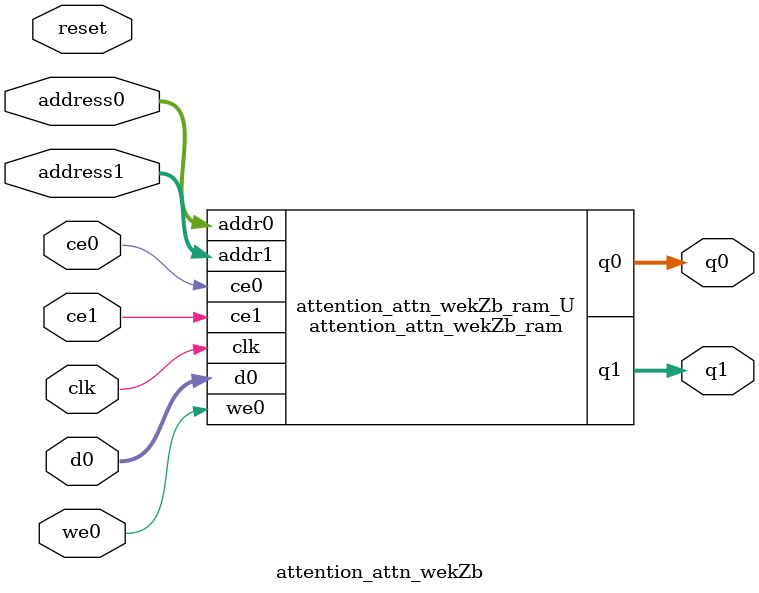
<source format=v>
`timescale 1 ns / 1 ps
module attention_attn_wekZb_ram (addr0, ce0, d0, we0, q0, addr1, ce1, q1,  clk);

parameter DWIDTH = 38;
parameter AWIDTH = 7;
parameter MEM_SIZE = 96;

input[AWIDTH-1:0] addr0;
input ce0;
input[DWIDTH-1:0] d0;
input we0;
output reg[DWIDTH-1:0] q0;
input[AWIDTH-1:0] addr1;
input ce1;
output reg[DWIDTH-1:0] q1;
input clk;

(* ram_style = "block" *)reg [DWIDTH-1:0] ram[0:MEM_SIZE-1];




always @(posedge clk)  
begin 
    if (ce0) begin
        if (we0) 
            ram[addr0] <= d0; 
        q0 <= ram[addr0];
    end
end


always @(posedge clk)  
begin 
    if (ce1) begin
        q1 <= ram[addr1];
    end
end


endmodule

`timescale 1 ns / 1 ps
module attention_attn_wekZb(
    reset,
    clk,
    address0,
    ce0,
    we0,
    d0,
    q0,
    address1,
    ce1,
    q1);

parameter DataWidth = 32'd38;
parameter AddressRange = 32'd96;
parameter AddressWidth = 32'd7;
input reset;
input clk;
input[AddressWidth - 1:0] address0;
input ce0;
input we0;
input[DataWidth - 1:0] d0;
output[DataWidth - 1:0] q0;
input[AddressWidth - 1:0] address1;
input ce1;
output[DataWidth - 1:0] q1;



attention_attn_wekZb_ram attention_attn_wekZb_ram_U(
    .clk( clk ),
    .addr0( address0 ),
    .ce0( ce0 ),
    .we0( we0 ),
    .d0( d0 ),
    .q0( q0 ),
    .addr1( address1 ),
    .ce1( ce1 ),
    .q1( q1 ));

endmodule


</source>
